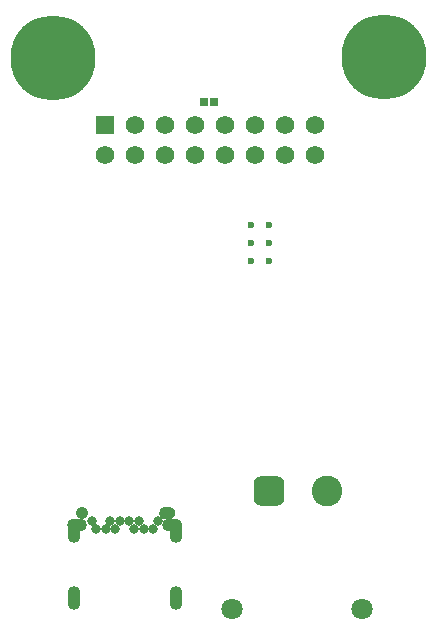
<source format=gbs>
G04*
G04 #@! TF.GenerationSoftware,Altium Limited,Altium Designer,21.6.1 (37)*
G04*
G04 Layer_Color=16711935*
%FSLAX44Y44*%
%MOMM*%
G71*
G04*
G04 #@! TF.SameCoordinates,5872C4F4-FB42-489D-B6BF-DE351544A3BA*
G04*
G04*
G04 #@! TF.FilePolarity,Negative*
G04*
G01*
G75*
%ADD54R,0.7600X0.8000*%
%ADD63C,7.2000*%
%ADD64C,0.6000*%
G04:AMPARAMS|DCode=65|XSize=2.6mm|YSize=2.6mm|CornerRadius=0.7mm|HoleSize=0mm|Usage=FLASHONLY|Rotation=90.000|XOffset=0mm|YOffset=0mm|HoleType=Round|Shape=RoundedRectangle|*
%AMROUNDEDRECTD65*
21,1,2.6000,1.2000,0,0,90.0*
21,1,1.2000,2.6000,0,0,90.0*
1,1,1.4000,0.6000,0.6000*
1,1,1.4000,0.6000,-0.6000*
1,1,1.4000,-0.6000,-0.6000*
1,1,1.4000,-0.6000,0.6000*
%
%ADD65ROUNDEDRECTD65*%
%ADD66C,2.6000*%
%ADD67C,1.8000*%
%ADD68O,1.1000X2.0000*%
%ADD69C,0.8000*%
%ADD70O,1.7000X1.1000*%
%ADD71C,1.0500*%
%ADD72C,1.5700*%
%ADD73R,1.5700X1.5700*%
G36*
X256799Y721D02*
X257341Y635D01*
X257872Y493D01*
X258385Y296D01*
X258875Y47D01*
X259336Y-253D01*
X259763Y-598D01*
X260152Y-987D01*
X260497Y-1414D01*
X260797Y-1875D01*
X261046Y-2365D01*
X261243Y-2878D01*
X261385Y-3408D01*
X261471Y-3951D01*
X261500Y-4500D01*
X261471Y-5049D01*
X261385Y-5591D01*
X261243Y-6122D01*
X261046Y-6635D01*
X260797Y-7125D01*
X260497Y-7586D01*
X260152Y-8013D01*
X259763Y-8401D01*
X259336Y-8747D01*
X258875Y-9047D01*
X258385Y-9296D01*
X257872Y-9493D01*
X257341Y-9635D01*
X256799Y-9721D01*
X256250Y-9750D01*
X253250D01*
X252701Y-9721D01*
X252158Y-9635D01*
X251628Y-9493D01*
X251115Y-9296D01*
X250625Y-9047D01*
X250164Y-8747D01*
X249737Y-8401D01*
X249349Y-8013D01*
X249003Y-7586D01*
X248703Y-7125D01*
X248454Y-6635D01*
X248257Y-6122D01*
X248115Y-5591D01*
X248029Y-5049D01*
X248000Y-4500D01*
X248029Y-3951D01*
X248115Y-3408D01*
X248257Y-2878D01*
X248454Y-2365D01*
X248703Y-1875D01*
X249003Y-1414D01*
X249349Y-987D01*
X249737Y-598D01*
X250164Y-253D01*
X250625Y47D01*
X251115Y296D01*
X251628Y493D01*
X252158Y635D01*
X252701Y721D01*
X253250Y750D01*
X256250D01*
X256799Y721D01*
D02*
G37*
D54*
X294600Y343500D02*
D03*
X285900D02*
D03*
D63*
X438000Y381250D02*
D03*
X158000Y380750D02*
D03*
D64*
X326000Y224100D02*
D03*
X341000D02*
D03*
Y209100D02*
D03*
X326000D02*
D03*
Y239100D02*
D03*
X341000D02*
D03*
D65*
Y14250D02*
D03*
D66*
X390000D02*
D03*
D67*
X309758Y-85572D02*
D03*
X419740Y-86080D02*
D03*
D68*
X262050Y-76500D02*
D03*
X175450D02*
D03*
X262050Y-19500D02*
D03*
X175450D02*
D03*
D69*
X242750Y-18000D02*
D03*
X234750D02*
D03*
X226750D02*
D03*
X194750D02*
D03*
X202750D02*
D03*
X210750D02*
D03*
X246750Y-11000D02*
D03*
X230750D02*
D03*
X222750D02*
D03*
X190750D02*
D03*
X206750D02*
D03*
X214750D02*
D03*
D70*
X178700Y-14500D02*
D03*
X258800D02*
D03*
D71*
X254750Y-4500D02*
D03*
X182750D02*
D03*
D72*
X202400Y298500D02*
D03*
X227800D02*
D03*
Y323900D02*
D03*
X253200Y298500D02*
D03*
Y323900D02*
D03*
X278600Y298500D02*
D03*
Y323900D02*
D03*
X304000Y298500D02*
D03*
Y323900D02*
D03*
X329400Y298500D02*
D03*
Y323900D02*
D03*
X354800Y298500D02*
D03*
Y323900D02*
D03*
X380200Y298500D02*
D03*
Y323900D02*
D03*
D73*
X202400D02*
D03*
M02*

</source>
